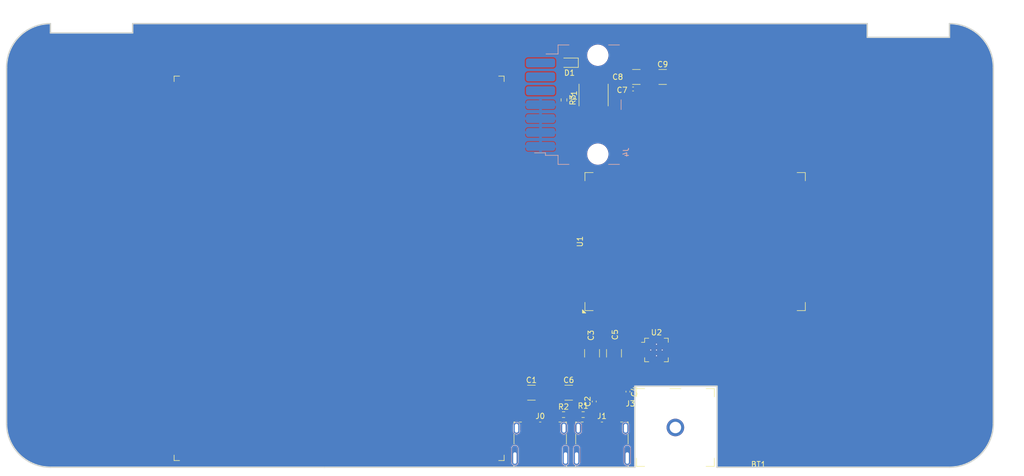
<source format=kicad_pcb>
(kicad_pcb (version 20221018) (generator pcbnew)
  (layers (0 "F.Cu" signal) (31 "B.Cu" signal) (34 "B.Paste" user) (35 "F.Paste" user) (36 "B.SilkS" user "B.Silkscreen") (37 "F.SilkS" user "F.Silkscreen") (38 "B.Mask" user) (39 "F.Mask" user) (44 "Edge.Cuts" user))
  (net 0 "")
  (net 1 "Net-(C1-Pad1)")
  (net 2 "+20VDC")
  (net 3 "Net-(C5-Pad2)")
  (net 4 "Net-(C8-Pad1)")
  (net 5 "+20V")
  (net 6 "/POWER/+20VD")
  (net 7 "/USB/USBC0_TX1-")
  (net 12 "/USB/USBC0_TX1+")
  (net 21 "/USB/USBC0_RX2+")
  (net 22 "Net-(J1-SHIELD)")
  (net 23 "/USB/USBC0_RX2-")
  (net 24 "/USB/USBC0_TX2-")
  (net 25 "/USB/USBC0_TX2+")
  (net 30 "/USB/USBC0_RX1+")
  (net 31 "/USB/USBC0_RX1-")
  (net 32 "Net-(J0-SHIELD)")
  (net 33 "/USB/USBC1_TX1-")
  (net 34 "/USB/USBC1_TX1+")
  (net 35 "/USB/USBC1_RX2+")
  (net 36 "/USB/USBC1_RX2-")
  (net 37 "/USB/USBC1_TX2-")
  (net 38 "/USB/USBC1_TX2+")
  (net 39 "/USB/USBC1_RX1+")
  (net 40 "/USB/USBC1_RX1-")
  (net 41 "Net-(J3-MountPin)")
  (net 42 "GND")
  (net 51 "Net-(U1F-VDDIO_MEM_S3-PadAC28)")
  (net 52 "Net-(U1F-VDDIO_MEM_S3-PadAG28)")
  (net 53 "Net-(U1F-VDDIO_MEM_S3-PadAM28)")
  (net 54 "+3.88V")
  (footprint "LRJ:Jack_IBM_Coax_Power_5.55x7.5mm_Hanging" (layer "F.Cu") (at 179.6 131.75)
    (fp_text reference "J3")
    (fp_text value "Conn_Power_Coax_IBM_hanging_MountingPin" hide)
  )
  (footprint "Capacitor_SMD:C_1210_3225Metric" (layer "F.Cu") (at 160.14 125.4)
    (fp_text reference "C6")
    (fp_text value "C_CC1210MKX5R7BB107" hide)
  )
  (footprint "LRJ:Package_BGA_FP8" (layer "F.Cu") (at 183.2 97.8 90)
    (fp_text reference "U1")
    (fp_text value "Z1 extreme")
  )
  (footprint "Capacitor_SMD:C_0402_1005Metric" (layer "F.Cu") (at 164.8 127 -90)
    (fp_text reference "C2")
    (fp_text value "C_CGA2B1X7R1V224K" hide)
  )
  (footprint "LRJ:Texas_RUM-0016A" (layer "F.Cu") (at 176.15 117.6)
    (fp_text reference "U2")
    (fp_text value "LM26420-Q1xx-xxxx")
  )
  (footprint "LRJ:Fuse_Yageo_SMD2920B200TF_L7.3mm_W5.1mm" (layer "F.Cu") (at 164.68 71.14 90)
    (fp_text reference "F1")
    (fp_text value "PPTC_SMD2920B200" hide)
  )
  (footprint "LRJ:Samsung_Battery_5000mAh_60x70mm" (layer "F.Cu") (at 118.2625 102.6875)
    (fp_text reference "BT1")
    (fp_text value "Samsung_EB-BS908ABY")
  )
  (footprint "LRJ:USB-C_Receptacle_2012670005" (layer "F.Cu") (at 166.2 135)
    (fp_text reference "J1")
    (fp_text value "USB_C_Molex_201267-0005" hide)
  )
  (footprint "Resistor_SMD:R_0603_1608Metric" (layer "F.Cu") (at 159.2 129.4)
    (fp_text reference "R2")
    (fp_text value "R_ERJ-3GEYJ105V" hide)
  )
  (footprint "Diode_SMD:D_SOD-323" (layer "F.Cu") (at 160.28 65.14 180)
    (fp_text reference "D1")
    (fp_text value "SD03LC" hide)
  )
  (footprint "Capacitor_SMD:C_1210_3225Metric" (layer "F.Cu") (at 153.34 125.4)
    (fp_text reference "C1")
    (fp_text value "C_CC1210MKX5R7BB107" hide)
  )
  (footprint "LRJ:USB-C_Receptacle_2012670005" (layer "F.Cu") (at 154.94 135)
    (fp_text reference "J0")
    (fp_text value "USB_C_Molex_201267-0005" hide)
  )
  (footprint "Capacitor_SMD:C_1210_3225Metric" (layer "F.Cu") (at 177.28 67.74)
    (fp_text reference "C9")
    (fp_text value "C_CC1210MKX5R7BB107" hide)
  )
  (footprint "Capacitor_SMD:C_0402_1005Metric" (layer "F.Cu") (at 170.95 125.2 -90)
    (fp_text reference "C4")
    (fp_text value "C_CGA2B1X7R1V224K" hide)
  )
  (footprint "Capacitor_SMD:C_1210_3225Metric" (layer "F.Cu") (at 168.4 118.2 -90)
    (fp_text reference "C5")
    (fp_text value "C_CC1210MKX5R7BB107" hide)
  )
  (footprint "Resistor_SMD:R_0603_1608Metric" (layer "F.Cu") (at 162.775 129.4 180)
    (fp_text reference "R1")
    (fp_text value "R_ERJ-3GEYJ105V" hide)
  )
  (footprint "Capacitor_SMD:C_0402_1005Metric" (layer "F.Cu") (at 171.88 69.94)
    (fp_text reference "C7")
    (fp_text value "C_CGA2B1X7R1V224K" hide)
  )
  (footprint "Resistor_SMD:R_0603_1608Metric" (layer "F.Cu") (at 159.28 71.94 90)
    (fp_text reference "R3")
    (fp_text value "R_ERJ-3GEYJ105V" hide)
  )
  (footprint "Capacitor_SMD:C_1210_3225Metric" (layer "F.Cu") (at 172.48 67.74 180)
    (fp_text reference "C8")
    (fp_text value "C_CC1210MKX5R7BB107" hide)
  )
  (footprint "Capacitor_SMD:C_1210_3225Metric" (layer "F.Cu") (at 164.4 118.2 -90)
    (fp_text reference "C3")
    (fp_text value "C_CC1210MKX5R7BB107" hide)
  )
  (footprint "LRJ:Molex_70634_15913074_1x07-2MP_P2.54mm_Vertical" (layer "B.Cu") (at 162.8 72.8 90)
    (fp_text reference "J4")
    (fp_text value "Molex_0015913074" hide)
  )
  (gr_line (start 214.6 58) (end 80.6 58) (stroke (width 0.25)) (layer "Edge.Cuts"))
  (gr_line (start 172.2 139) (end 172.2 124.2) (stroke (width 0.25)) (layer "Edge.Cuts"))
  (gr_line (start 57.6 66) (end 57.6 131) (stroke (width 0.25)) (layer "Edge.Cuts"))
  (gr_line (start 214.6 60.5) (end 229.6 60.5) (stroke (width 0.25)) (layer "Edge.Cuts"))
  (gr_line (start 65.6 59.7) (end 80.6 59.7) (stroke (width 0.25)) (layer "Edge.Cuts"))
  (gr_arc (start 65.6 139) (mid 59.943146 136.656854) (end 57.6 131) (stroke (width 0.25)) (layer "Edge.Cuts"))
  (gr_line (start 187.2 139) (end 187.2 124.2) (stroke (width 0.25)) (layer "Edge.Cuts"))
  (gr_line (start 65.6 139) (end 115.6 139) (stroke (width 0.25)) (layer "Edge.Cuts"))
  (gr_line (start 172.2 124.2) (end 187.2 124.2) (stroke (width 0.25)) (layer "Edge.Cuts"))
  (gr_line (start 115.6 139) (end 172.2 139) (stroke (width 0.25)) (layer "Edge.Cuts"))
  (gr_line (start 187.2 139) (end 229.6 139) (stroke (width 0.25)) (layer "Edge.Cuts"))
  (gr_line (start 214.6 60.5) (end 214.6 58) (stroke (width 0.25)) (layer "Edge.Cuts"))
  (gr_arc (start 229.6 58) (mid 235.256855 60.343145) (end 237.6 66) (stroke (width 0.25)) (layer "Edge.Cuts"))
  (gr_arc (start 57.6 66) (mid 59.943146 60.343146) (end 65.6 58) (stroke (width 0.25)) (layer "Edge.Cuts"))
  (gr_arc (start 237.6 131) (mid 235.256855 136.656855) (end 229.6 139) (stroke (width 0.25)) (layer "Edge.Cuts"))
  (gr_line (start 65.6 58) (end 65.6 59.7) (stroke (width 0.25)) (layer "Edge.Cuts"))
  (gr_line (start 80.6 59.7) (end 80.6 58) (stroke (width 0.25)) (layer "Edge.Cuts"))
  (gr_line (start 229.6 60.5) (end 229.6 58) (stroke (width 0.25)) (layer "Edge.Cuts"))
  (gr_line (start 237.6 66) (end 237.6 131) (stroke (width 0.25)) (layer "Edge.Cuts"))
  (zone (net 42) (net_name "GND") (layer "F.Cu") (name "GND") (connect_pads (clearance 0.125)) (min_thickness 0.1) (fill yes (thermal_gap 0.125) (thermal_bridge_width 0.5) (smoothing fillet) (radius 0.5) (island_removal_mode 2) (island_area_min 5))
    (polygon (pts (xy 56.6 57.6) (xy 56.4 140.6) (xy 243.2 140.4) (xy 243.2 56.8) (xy 56.6 57)))
  )
  (zone (net 42) (net_name "GND") (layer "B.Cu") (name "GND") (connect_pads (clearance 0.125)) (min_thickness 0.1) (fill yes (thermal_gap 0.125) (thermal_bridge_width 0.5) (smoothing fillet) (radius 0.5) (island_removal_mode 2) (island_area_min 5))
    (polygon (pts (xy 56.6 57.6) (xy 56.4 140.6) (xy 243.2 140.4) (xy 243.2 56.8) (xy 56.6 57)))
  )
)
</source>
